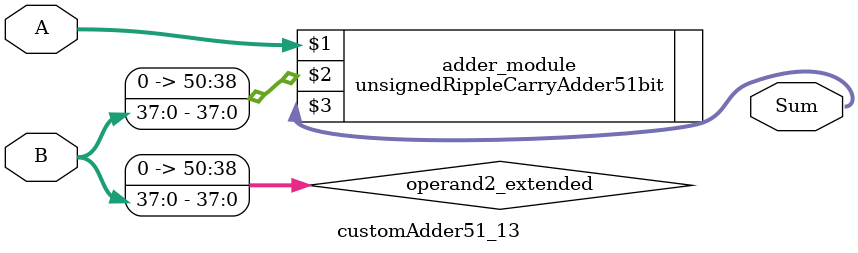
<source format=v>
module customAdder51_13(
                        input [50 : 0] A,
                        input [37 : 0] B,
                        
                        output [51 : 0] Sum
                );

        wire [50 : 0] operand2_extended;
        
        assign operand2_extended =  {13'b0, B};
        
        unsignedRippleCarryAdder51bit adder_module(
            A,
            operand2_extended,
            Sum
        );
        
        endmodule
        
</source>
